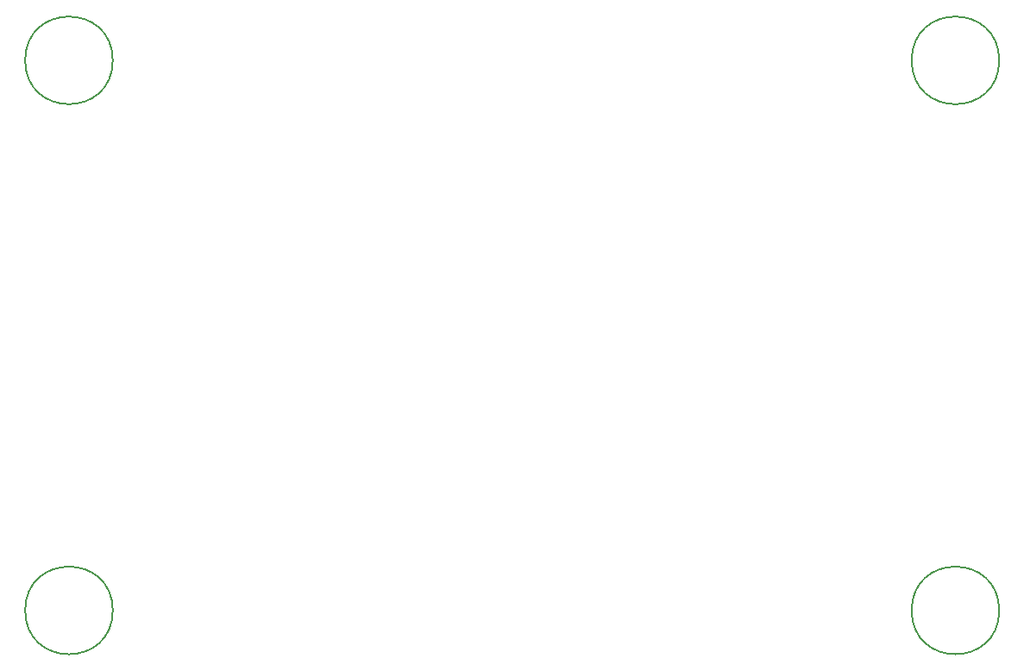
<source format=gbr>
G04 #@! TF.FileFunction,Other,Comment*
%FSLAX46Y46*%
G04 Gerber Fmt 4.6, Leading zero omitted, Abs format (unit mm)*
G04 Created by KiCad (PCBNEW 4.0.6) date Fri Sep  8 15:32:28 2017*
%MOMM*%
%LPD*%
G01*
G04 APERTURE LIST*
%ADD10C,0.100000*%
%ADD11C,0.150000*%
G04 APERTURE END LIST*
D10*
D11*
X136300000Y-40000000D02*
G75*
G03X136300000Y-40000000I-4300000J0D01*
G01*
X49300000Y-40000000D02*
G75*
G03X49300000Y-40000000I-4300000J0D01*
G01*
X49300000Y-94000000D02*
G75*
G03X49300000Y-94000000I-4300000J0D01*
G01*
X136300000Y-94000000D02*
G75*
G03X136300000Y-94000000I-4300000J0D01*
G01*
M02*

</source>
